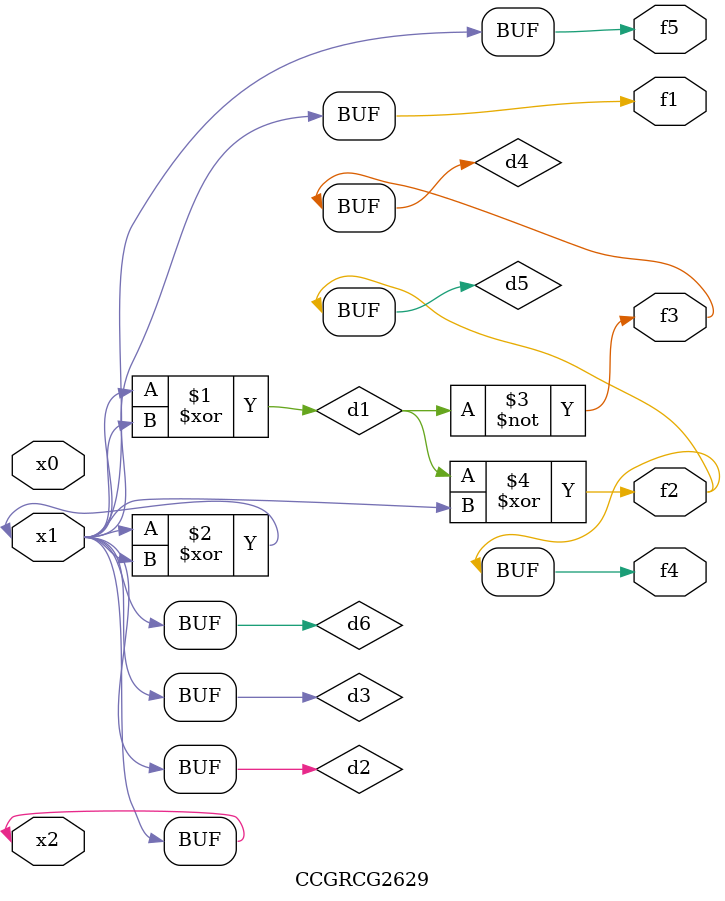
<source format=v>
module CCGRCG2629(
	input x0, x1, x2,
	output f1, f2, f3, f4, f5
);

	wire d1, d2, d3, d4, d5, d6;

	xor (d1, x1, x2);
	buf (d2, x1, x2);
	xor (d3, x1, x2);
	nor (d4, d1);
	xor (d5, d1, d2);
	buf (d6, d2, d3);
	assign f1 = d6;
	assign f2 = d5;
	assign f3 = d4;
	assign f4 = d5;
	assign f5 = d6;
endmodule

</source>
